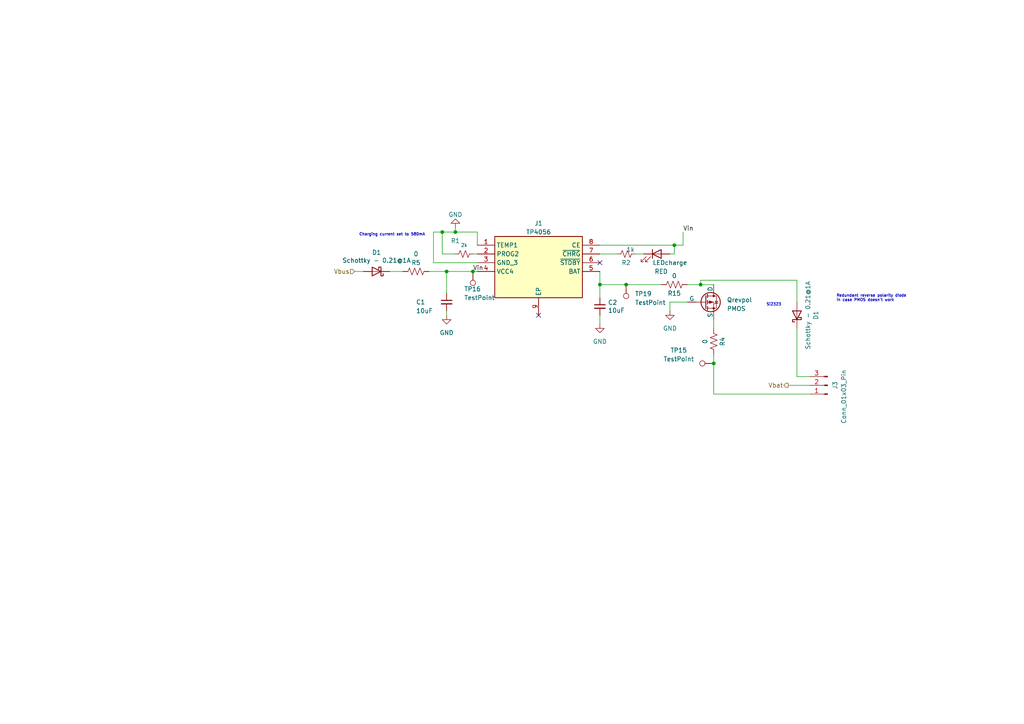
<source format=kicad_sch>
(kicad_sch (version 20230121) (generator eeschema)
  (paper "A4")
  (title_block (title "Charging Module") (date "2023-03-05") (rev "V1.0") (company "EEE3088F - Group 14") (comment 1 "Designed by Ashik John"))
  (lib_symbols
    (symbol "Connector:Conn_01x03_Pin" (pin_names (offset 1.016) hide)
      (property "Reference" "J" (at 0 5.08 0))
      (property "Value" "Conn_01x03_Pin" (at 0 -5.08 0))
      (symbol "Conn_01x03_Pin_1_1"
        (polyline (pts (xy 1.27 -2.54) (xy 0.8636 -2.54)) (stroke (width 0.1524)))
        (polyline (pts (xy 1.27 0) (xy 0.8636 0)) (stroke (width 0.1524)))
        (polyline (pts (xy 1.27 2.54) (xy 0.8636 2.54)) (stroke (width 0.1524)))
        (rectangle (start 0.8636 -2.413) (end 0 -2.667) (stroke (width 0.1524)) (fill (type outline)))
        (rectangle (start 0.8636 0.127) (end 0 -0.127) (stroke (width 0.1524)) (fill (type outline)))
        (rectangle (start 0.8636 2.667) (end 0 2.413) (stroke (width 0.1524)) (fill (type outline)))
        (pin passive line (at 5.08 2.54 180) (length 3.81) (name "Pin_1") (number "1"))
        (pin passive line (at 5.08 0 180) (length 3.81) (name "Pin_2") (number "2"))
        (pin passive line (at 5.08 -2.54 180) (length 3.81) (name "Pin_3") (number "3"))
      )
    )
    (symbol "Connector:TestPoint" (pin_numbers hide) (pin_names (offset 0.762) hide)
      (property "Reference" "TP" (at 0 6.858 0))
      (property "Value" "TestPoint" (at 0 5.08 0))
      (symbol "TestPoint_0_1"
        (circle (center 0 3.302) (radius 0.762))
      )
      (symbol "TestPoint_1_1"
        (pin passive line (at 0 0 90) (length 2.54) (name "1") (number "1"))
      )
    )
    (symbol "Device:C_Small" (pin_numbers hide) (pin_names (offset 0.254) hide)
      (property "Reference" "C" (at 0.254 1.778 0))
      (property "Value" "C_Small" (at 0.254 -2.032 0))
      (symbol "C_Small_0_1"
        (polyline (pts (xy -1.524 -0.508) (xy 1.524 -0.508)) (stroke (width 0.3302)))
        (polyline (pts (xy -1.524 0.508) (xy 1.524 0.508)) (stroke (width 0.3048)))
      )
      (symbol "C_Small_1_1"
        (pin passive line (at 0 2.54 270) (length 2.032) (name "~") (number "1"))
        (pin passive line (at 0 -2.54 90) (length 2.032) (name "~") (number "2"))
      )
    )
    (symbol "Device:LED" (pin_numbers hide) (pin_names (offset 1.016) hide)
      (property "Reference" "D" (at 0 2.54 0))
      (property "Value" "LED" (at 0 -2.54 0))
      (symbol "LED_0_1"
        (polyline (pts (xy -1.27 -1.27) (xy -1.27 1.27)) (stroke (width 0.254)))
        (polyline (pts (xy -1.27 0) (xy 1.27 0)))
        (polyline (pts (xy 1.27 -1.27) (xy 1.27 1.27) (xy -1.27 0) (xy 1.27 -1.27)) (stroke (width 0.254)))
        (polyline (pts (xy -3.048 -0.762) (xy -4.572 -2.286) (xy -3.81 -2.286) (xy -4.572 -2.286) (xy -4.572 -1.524)))
        (polyline (pts (xy -1.778 -0.762) (xy -3.302 -2.286) (xy -2.54 -2.286) (xy -3.302 -2.286) (xy -3.302 -1.524)))
      )
      (symbol "LED_1_1"
        (pin passive line (at -3.81 0 0) (length 2.54) (name "K") (number "1"))
        (pin passive line (at 3.81 0 180) (length 2.54) (name "A") (number "2"))
      )
    )
    (symbol "Device:R_Small_US" (pin_numbers hide) (pin_names (offset 0.254) hide)
      (property "Reference" "R" (at 0.762 0.508 0))
      (property "Value" "R_Small_US" (at 0.762 -1.016 0))
      (symbol "R_Small_US_1_1"
        (polyline (pts (xy 0 0) (xy 1.016 -0.381) (xy 0 -0.762) (xy -1.016 -1.143) (xy 0 -1.524)))
        (polyline (pts (xy 0 1.524) (xy 1.016 1.143) (xy 0 0.762) (xy -1.016 0.381) (xy 0 0)))
        (pin passive line (at 0 2.54 270) (length 1.016) (name "~") (number "1"))
        (pin passive line (at 0 -2.54 90) (length 1.016) (name "~") (number "2"))
      )
    )
    (symbol "Device:R_US" (pin_numbers hide) (pin_names (offset 0))
      (property "Reference" "R" (at 2.54 0 90))
      (property "Value" "R_US" (at -2.54 0 90))
      (symbol "R_US_0_1"
        (polyline (pts (xy 0 -2.286) (xy 0 -2.54)))
        (polyline (pts (xy 0 2.286) (xy 0 2.54)))
        (polyline (pts (xy 0 -0.762) (xy 1.016 -1.143) (xy 0 -1.524) (xy -1.016 -1.905) (xy 0 -2.286)))
        (polyline (pts (xy 0 0.762) (xy 1.016 0.381) (xy 0 0) (xy -1.016 -0.381) (xy 0 -0.762)))
        (polyline (pts (xy 0 2.286) (xy 1.016 1.905) (xy 0 1.524) (xy -1.016 1.143) (xy 0 0.762)))
      )
      (symbol "R_US_1_1"
        (pin passive line (at 0 3.81 270) (length 1.27) (name "~") (number "1"))
        (pin passive line (at 0 -3.81 90) (length 1.27) (name "~") (number "2"))
      )
    )
    (symbol "Diode:1N5819" (pin_numbers hide) (pin_names (offset 1.016) hide)
      (property "Reference" "D" (at 0 2.54 0))
      (property "Value" "1N5819" (at 0 -2.54 0))
      (symbol "1N5819_0_1"
        (polyline (pts (xy 1.27 0) (xy -1.27 0)))
        (polyline (pts (xy 1.27 1.27) (xy 1.27 -1.27) (xy -1.27 0) (xy 1.27 1.27)) (stroke (width 0.254)))
        (polyline (pts (xy -1.905 0.635) (xy -1.905 1.27) (xy -1.27 1.27) (xy -1.27 -1.27) (xy -0.635 -1.27) (xy -0.635 -0.635)) (stroke (width 0.254)))
      )
      (symbol "1N5819_1_1"
        (pin passive line (at -3.81 0 0) (length 2.54) (name "K") (number "1"))
        (pin passive line (at 3.81 0 180) (length 2.54) (name "A") (number "2"))
      )
    )
    (symbol "Simulation_SPICE:PMOS" (pin_numbers hide) (pin_names (offset 0))
      (property "Reference" "Q" (at 5.08 1.27 0))
      (property "Value" "PMOS" (at 5.08 -1.27 0))
      (symbol "PMOS_0_1"
        (polyline (pts (xy 0.254 0) (xy -2.54 0)))
        (polyline (pts (xy 0.254 1.905) (xy 0.254 -1.905)) (stroke (width 0.254)))
        (polyline (pts (xy 0.762 -1.27) (xy 0.762 -2.286)) (stroke (width 0.254)))
        (polyline (pts (xy 0.762 0.508) (xy 0.762 -0.508)) (stroke (width 0.254)))
        (polyline (pts (xy 0.762 2.286) (xy 0.762 1.27)) (stroke (width 0.254)))
        (polyline (pts (xy 2.54 2.54) (xy 2.54 1.778)))
        (polyline (pts (xy 2.54 -2.54) (xy 2.54 0) (xy 0.762 0)))
        (polyline (pts (xy 0.762 1.778) (xy 3.302 1.778) (xy 3.302 -1.778) (xy 0.762 -1.778)))
        (polyline (pts (xy 2.286 0) (xy 1.27 0.381) (xy 1.27 -0.381) (xy 2.286 0)) (fill (type outline)))
        (polyline (pts (xy 2.794 -0.508) (xy 2.921 -0.381) (xy 3.683 -0.381) (xy 3.81 -0.254)))
        (polyline (pts (xy 3.302 -0.381) (xy 2.921 0.254) (xy 3.683 0.254) (xy 3.302 -0.381)))
        (circle (center 1.651 0) (radius 2.794) (stroke (width 0.254)))
        (circle (center 2.54 -1.778) (radius 0.254) (fill (type outline)))
        (circle (center 2.54 1.778) (radius 0.254) (fill (type outline)))
      )
      (symbol "PMOS_1_1"
        (pin passive line (at 2.54 5.08 270) (length 2.54) (name "D") (number "1"))
        (pin input line (at -5.08 0 0) (length 2.54) (name "G") (number "2"))
        (pin passive line (at 2.54 -5.08 90) (length 2.54) (name "S") (number "3"))
      )
    )
    (symbol "TP4056:TP4056"
      (property "Reference" "J" (at 31.75 7.62 0))
      (property "Value" "TP4056" (at 31.75 5.08 0))
      (symbol "TP4056_1_1"
        (rectangle (start 5.08 2.54) (end 30.48 -15.24) (stroke (width 0.254)) (fill (type background)))
        (pin passive line (at 0 0 0) (length 5.08) (name "TEMP1") (number "1"))
        (pin passive line (at 0 -2.54 0) (length 5.08) (name "PROG2") (number "2"))
        (pin passive line (at 0 -5.08 0) (length 5.08) (name "GND_3") (number "3"))
        (pin passive line (at 0 -7.62 0) (length 5.08) (name "VCC4") (number "4"))
        (pin passive line (at 35.56 -7.62 180) (length 5.08) (name "BAT") (number "5"))
        (pin passive line (at 35.56 -5.08 180) (length 5.08) (name "~{STDBY}") (number "6"))
        (pin passive line (at 35.56 -2.54 180) (length 5.08) (name "~{CHRG}") (number "7"))
        (pin passive line (at 35.56 0 180) (length 5.08) (name "CE") (number "8"))
        (pin passive line (at 17.78 -20.32 90) (length 5.08) (name "EP") (number "9"))
      )
    )
    (symbol "power:GND" (power) (pin_names (offset 0))
      (property "Value" "GND" (at 0 -3.81 0))
      (symbol "GND_0_1"
        (polyline (pts (xy 0 0) (xy 0 -1.27) (xy 1.27 -1.27) (xy 0 -2.54) (xy -1.27 -1.27) (xy 0 -1.27)))
      )
      (symbol "GND_1_1"
        (pin power_in line (at 0 0 270) (length 0) hide (name "GND") (number "1"))
      )
    )
  )
  (junction (at 132.08 67.31))
  (junction (at 137.16 78.74))
  (junction (at 129.54 78.74))
  (junction (at 207.01 105.41))
  (junction (at 181.61 82.55))
  (junction (at 128.27 67.31))
  (junction (at 173.99 82.55))
  (junction (at 195.58 71.12))
  (junction (at 203.2 82.55))
  (no_connect (at 173.99 76.2))
  (no_connect (at 156.21 91.44))
  (wire (pts (xy 173.99 91.44) (xy 173.99 93.98)))
  (wire (pts (xy 173.99 71.12) (xy 195.58 71.12)))
  (wire (pts (xy 137.16 73.66) (xy 138.43 73.66)))
  (wire (pts (xy 194.31 73.66) (xy 195.58 73.66)))
  (wire (pts (xy 137.16 78.74) (xy 138.43 78.74)))
  (wire (pts (xy 132.08 73.66) (xy 128.27 73.66)))
  (wire (pts (xy 125.73 67.31) (xy 128.27 67.31)))
  (wire (pts (xy 125.73 76.2) (xy 125.73 67.31)))
  (wire (pts (xy 173.99 73.66) (xy 179.07 73.66)))
  (wire (pts (xy 129.54 90.17) (xy 129.54 91.44)))
  (wire (pts (xy 207.01 105.41) (xy 207.01 114.3)))
  (wire (pts (xy 195.58 73.66) (xy 195.58 71.12)))
  (wire (pts (xy 138.43 76.2) (xy 125.73 76.2)))
  (wire (pts (xy 124.46 78.74) (xy 129.54 78.74)))
  (wire (pts (xy 228.6 111.76) (xy 234.95 111.76)))
  (wire (pts (xy 173.99 82.55) (xy 173.99 86.36)))
  (wire (pts (xy 194.31 87.63) (xy 199.39 87.63)))
  (wire (pts (xy 132.08 66.04) (xy 132.08 67.31)))
  (wire (pts (xy 198.12 67.31) (xy 198.12 71.12)))
  (wire (pts (xy 132.08 67.31) (xy 138.43 67.31)))
  (wire (pts (xy 184.15 73.66) (xy 186.69 73.66)))
  (wire (pts (xy 203.2 82.55) (xy 207.01 82.55)))
  (wire (pts (xy 173.99 82.55) (xy 181.61 82.55)))
  (wire (pts (xy 199.39 82.55) (xy 203.2 82.55)))
  (wire (pts (xy 203.2 82.55) (xy 203.2 81.28)))
  (wire (pts (xy 231.14 95.25) (xy 231.14 109.22)))
  (wire (pts (xy 113.03 78.74) (xy 116.84 78.74)))
  (wire (pts (xy 195.58 71.12) (xy 198.12 71.12)))
  (wire (pts (xy 203.2 81.28) (xy 231.14 81.28)))
  (wire (pts (xy 181.61 82.55) (xy 191.77 82.55)))
  (wire (pts (xy 128.27 73.66) (xy 128.27 67.31)))
  (wire (pts (xy 194.31 90.17) (xy 194.31 87.63)))
  (wire (pts (xy 129.54 78.74) (xy 129.54 85.09)))
  (wire (pts (xy 129.54 78.74) (xy 137.16 78.74)))
  (wire (pts (xy 138.43 67.31) (xy 138.43 71.12)))
  (wire (pts (xy 173.99 78.74) (xy 173.99 82.55)))
  (wire (pts (xy 207.01 92.71) (xy 207.01 95.25)))
  (wire (pts (xy 231.14 81.28) (xy 231.14 87.63)))
  (wire (pts (xy 234.95 114.3) (xy 207.01 114.3)))
  (wire (pts (xy 234.95 109.22) (xy 231.14 109.22)))
  (wire (pts (xy 128.27 67.31) (xy 132.08 67.31)))
  (wire (pts (xy 102.87 78.74) (xy 105.41 78.74)))
  (wire (pts (xy 207.01 102.87) (xy 207.01 105.41)))
  (text "Redundant reverse polarity diode\nin case PMOS doesn't work\n" (at 242.57 87.63 0) (effects (font (size 0.8 0.8)) (justify left bottom)))
  (text "Si2323" (at 222.25 88.9 0) (effects (font (size 0.8 0.8)) (justify left bottom)))
  (text "Charging current set to 580mA\n" (at 104.14 68.58 0) (effects (font (size 0.8 0.8)) (justify left bottom)))
  (label "Vin" (at 137.16 78.74 0))
  (label "Vin" (at 198.12 67.31 0))
  (hierarchical_label "Vbat" (shape output) (at 228.6 111.76 180))
  (hierarchical_label "Vbus" (shape input) (at 102.87 78.74 180))
  (symbol (lib_id "Device:C_Small") (at 129.54 87.63 0) (unit 1)
    (property "Reference" "C1" (at 120.65 87.63 0) (effects (justify left)))
    (property "Value" "10uF" (at 120.65 90.17 0) (effects (justify left)))
    (property "Footprint" "Capacitor_SMD:C_1206_3216Metric" (effects hide))
    (property "Price" "0.0052" (effects hide))
    (property "Price ( 1 board)" "0.0208" (effects hide))
    (property "Price (5 boards)" "0.104" (effects hide))
    (property "JLCPCB Part #" "C13585" (effects hide))
    (property "Populate" "Yes" (effects hide))
    (instances (project "Power module" (path "" (reference "C1") (unit 1))) (project "FullSchematic" (path "" (reference "C10") (unit 1))))
  )
  (symbol (lib_id "Device:C_Small") (at 173.99 88.9 0) (unit 1)
    (property "Reference" "C2" (at 176.3268 87.7316 0) (effects (justify left)))
    (property "Value" "10uF" (at 176.3268 90.043 0) (effects (justify left)))
    (property "Footprint" "Capacitor_SMD:C_1206_3216Metric" (effects hide))
    (property "Price" "0.0052" (effects hide))
    (property "Price ( 1 board)" "0.0208" (effects hide))
    (property "Price (5 boards)" "0.104" (effects hide))
    (property "JLCPCB Part #" "C13585" (effects hide))
    (property "Populate" "Yes" (effects hide))
    (instances (project "Power module" (path "" (reference "C2") (unit 1))) (project "FullSchematic" (path "" (reference "C11") (unit 1))))
  )
  (symbol (lib_id "Diode:1N5819") (at 109.22 78.74 180) (unit 1)
    (property "Reference" "D1" (at 109.22 73.2282 0))
    (property "Value" "Schottky - 0.21@1A" (at 109.22 75.5396 0))
    (property "Footprint" "Library:Schottky Diode" (effects hide))
    (property "Datasheet" "http://www.vishay.com/docs/88525/1n5817.pdf" (effects hide))
    (property "Price" "0.20" (effects hide))
    (property "Price ( 1 board)" "0.4" (effects hide))
    (property "Price (5 boards)" "2" (effects hide))
    (property "JLCPCB Part #" "C413465" (effects hide))
    (property "Populate" "Yes" (effects hide))
    (instances (project "Power module" (path "" (reference "D1") (unit 1))) (project "FullSchematic" (path "" (reference "D4") (unit 1))))
  )
  (symbol (lib_id "Device:R_Small_US") (at 134.62 73.66 90) (unit 1)
    (property "Reference" "R1" (at 132.08 69.85 90))
    (property "Value" "2k" (at 134.62 71.12 90) (effects (font (size 1 1))))
    (property "Footprint" "Resistor_SMD:R_1206_3216Metric" (effects hide))
    (property "Price" "0.01" (effects hide))
    (property "Price ( 1 board)" "0.01" (effects hide))
    (property "Price (5 boards)" "0.05" (effects hide))
    (property "JLCPCB Part #" "C17944" (effects hide))
    (property "Populate" "Yes" (effects hide))
    (instances (project "Power module" (path "" (reference "R1") (unit 1))) (project "FullSchematic" (path "" (reference "R13") (unit 1))))
  )
  (symbol (lib_id "Device:LED") (at 190.5 73.66 0) (unit 1)
    (property "Reference" "LEDcharge" (at 194.31 76.2 0))
    (property "Value" "RED" (at 191.77 78.74 0))
    (property "Footprint" "LED_SMD:LED_0603_1608Metric" (effects hide))
    (property "Price ( 1 board)" "0.01" (effects hide))
    (property "Price (5 boards)" "0.05" (effects hide))
    (property "JLCPCB Part #" "C2286" (effects hide))
    (property "Price" "0.01" (effects hide))
    (property "Populate" "Yes" (effects hide))
    (instances (project "Power module" (path "" (reference "LEDcharge") (unit 1))) (project "FullSchematic" (path "" (reference "LEDcharge1") (unit 1))))
  )
  (symbol (lib_id "Connector:TestPoint") (at 137.16 78.74 180) (unit 1)
    (property "Reference" "TP16" (at 134.62 83.82 0) (effects (justify right)))
    (property "Value" "TestPoint" (at 134.62 86.36 0) (effects (justify right)))
    (property "Footprint" "TestPoint:TestPoint_Pad_D2.0mm" (effects hide))
    (property "Price" "$0" (effects hide))
    (property "Price ( 1 board)" "0" (effects hide))
    (property "Price (5 boards)" "0" (effects hide))
  )
  (symbol (lib_id "Device:R_US") (at 207.01 99.06 180) (unit 1)
    (property "Reference" "R4" (at 209.55 99.06 90))
    (property "Value" "0" (at 204.47 99.06 90))
    (property "Footprint" "Resistor_SMD:R_1206_3216Metric" (effects hide))
    (property "JLCPCB Part #" "C17888" (effects hide))
    (property "Price" "0.003" (effects hide))
    (property "Price ( 1 board)" "0.018" (effects hide))
    (property "Price (5 boards)" "0.09" (effects hide))
    (property "Populate" "Yes" (effects hide))
  )
  (symbol (lib_id "TP4056:TP4056") (at 138.43 71.12 0) (unit 1)
    (property "Reference" "J1" (at 156.21 64.77 0))
    (property "Value" "TP4056" (at 156.21 67.31 0))
    (property "Footprint" "Library:SOIC127P600X175-8N" (effects hide))
    (property "Datasheet" "https://dlnmh9ip6v2uc.cloudfront.net/datasheets/Prototyping/TP4056.pdf" (effects hide))
    (property "Height" "1.75" (effects hide))
    (property "Manufacturer_Name" "NanJing Top Power" (effects hide))
    (property "Manufacturer_Part_Number" "TP4056" (effects hide))
    (property "JLCPCB Part #" "C382139" (effects hide))
    (property "Price ( 1 board)" "0.11" (effects hide))
    (property "Price (5 boards)" "0.55" (effects hide))
    (property "Price" "0.11" (effects hide))
    (property "Populate" "Yes" (effects hide))
    (instances (project "Power module" (path "" (reference "J1") (unit 1))) (project "FullSchematic" (path "" (reference "J2") (unit 1))))
  )
  (symbol (lib_id "Connector:Conn_01x03_Pin") (at 240.03 111.76 180) (unit 1)
    (property "Reference" "J3" (at 242.189 111.76 90))
    (property "Value" "Conn_01x03_Pin" (at 244.729 115.062 90))
    (property "Footprint" "Connector_PinHeader_2.54mm:PinHeader_1x03_P2.54mm_Vertical" (effects hide))
    (property "Populate" "No" (effects hide))
    (property "Price" "N/A" (effects hide))
    (property "Price ( 1 board)" "N/A" (effects hide))
    (property "Price (5 boards)" "N/A" (effects hide))
    (instances (project "FullSchematic" (path "" (reference "J3") (unit 1)) (path "" (reference "J5") (unit 1))))
  )
  (symbol (lib_id "Connector:TestPoint") (at 207.01 105.41 90) (unit 1)
    (property "Reference" "TP15" (at 196.85 101.6 90))
    (property "Value" "TestPoint" (at 196.85 104.14 90))
    (property "Footprint" "TestPoint:TestPoint_Pad_D2.0mm" (effects hide))
    (property "Price" "$0" (effects hide))
    (property "Price ( 1 board)" "0" (effects hide))
    (property "Price (5 boards)" "0" (effects hide))
  )
  (symbol (lib_id "power:GND") (at 194.31 90.17 0) (unit 1)
    (property "Reference" "#PWR04" (effects hide))
    (property "Value" "GND" (at 194.31 95.25 0))
  )
  (symbol (lib_id "Device:R_US") (at 195.58 82.55 90) (unit 1)
    (property "Reference" "R15" (at 195.58 85.09 90))
    (property "Value" "0" (at 195.58 80.01 90))
    (property "Footprint" "Resistor_SMD:R_1206_3216Metric" (effects hide))
    (property "JLCPCB Part #" "C17888" (effects hide))
    (property "Price" "0.003" (effects hide))
    (property "Price ( 1 board)" "0.018" (effects hide))
    (property "Price (5 boards)" "0.09" (effects hide))
    (property "Populate" "Yes" (effects hide))
  )
  (symbol (lib_id "power:GND") (at 129.54 91.44 0) (unit 1)
    (property "Reference" "#PWR02" (effects hide))
    (property "Value" "GND" (at 129.54 96.52 0))
  )
  (symbol (lib_id "power:GND") (at 173.99 93.98 0) (unit 1)
    (property "Reference" "#PWR03" (effects hide))
    (property "Value" "GND" (at 173.99 99.06 0))
  )
  (symbol (lib_id "Device:R_Small_US") (at 181.61 73.66 90) (unit 1)
    (property "Reference" "R2" (at 181.61 76.2 90))
    (property "Value" "1k" (at 182.88 72.39 90))
    (property "Footprint" "Resistor_SMD:R_1206_3216Metric" (effects hide))
    (property "Price" "0.003" (effects hide))
    (property "Price ( 1 board)" "0.003" (effects hide))
    (property "Price (5 boards)" "0.015" (effects hide))
    (property "JLCPCB Part #" "C4410" (effects hide))
    (property "Populate" "Yes" (effects hide))
    (instances (project "Power module" (path "" (reference "R2") (unit 1))) (project "FullSchematic" (path "" (reference "R10") (unit 1))))
  )
  (symbol (lib_id "Device:R_US") (at 120.65 78.74 90) (unit 1)
    (property "Reference" "R5" (at 120.65 76.2 90))
    (property "Value" "0" (at 120.65 73.66 90))
    (property "Footprint" "Resistor_SMD:R_1206_3216Metric" (effects hide))
    (property "JLCPCB Part #" "C17888" (effects hide))
    (property "Price" "0.003" (effects hide))
    (property "Price ( 1 board)" "0.018" (effects hide))
    (property "Price (5 boards)" "0.09" (effects hide))
    (property "Populate" "Yes" (effects hide))
  )
  (symbol (lib_id "Connector:TestPoint") (at 181.61 82.55 180) (unit 1)
    (property "Reference" "TP19" (at 184.15 85.217 0) (effects (justify right)))
    (property "Value" "TestPoint" (at 184.15 87.757 0) (effects (justify right)))
    (property "Footprint" "TestPoint:TestPoint_Pad_D2.0mm" (effects hide))
    (property "Price" "$0" (effects hide))
    (property "Price ( 1 board)" "0" (effects hide))
    (property "Price (5 boards)" "0" (effects hide))
  )
  (symbol (lib_id "Diode:1N5819") (at 231.14 91.44 90) (unit 1)
    (property "Reference" "D1" (at 236.6518 91.44 0))
    (property "Value" "Schottky - 0.21@1A" (at 234.3404 91.44 0))
    (property "Footprint" "Library:Schottky Diode" (effects hide))
    (property "Datasheet" "http://www.vishay.com/docs/88525/1n5817.pdf" (effects hide))
    (property "Price" "0.20" (effects hide))
    (property "Price ( 1 board)" "0.4" (effects hide))
    (property "Price (5 boards)" "2" (effects hide))
    (property "JLCPCB Part #" "C413465" (effects hide))
    (property "Populate" "Yes" (effects hide))
    (instances (project "Power module" (path "" (reference "D1") (unit 1))) (project "FullSchematic" (path "" (reference "D6") (unit 1))))
  )
  (symbol (lib_id "power:GND") (at 132.08 66.04 180) (unit 1)
    (property "Reference" "#PWR01" (effects hide))
    (property "Value" "GND" (at 132.08 62.23 0))
  )
  (symbol (lib_id "Simulation_SPICE:PMOS") (at 204.47 87.63 0) (unit 1)
    (property "Reference" "Qrevpol" (at 210.82 86.995 0) (effects (justify left)))
    (property "Value" "PMOS" (at 210.82 89.535 0) (effects (justify left)))
    (property "Footprint" "Library:Si2323" (effects hide))
    (property "Datasheet" "https://ngspice.sourceforge.io/docs/ngspice-manual.pdf" (effects hide))
    (property "Sim.Device" "PMOS" (effects hide))
    (property "Sim.Type" "VDMOS" (effects hide))
    (property "Sim.Pins" "1=D 2=G 3=S" (effects hide))
    (property "Price ( 1 board)" "0.1442" (effects hide))
    (property "Price (5 boards)" "0.721" (effects hide))
    (property "JLCPCB Part #" "C10487" (effects hide))
    (property "Price" "0.0721" (effects hide))
    (property "Populate" "Yes" (effects hide))
    (instances (project "Power module" (path "" (reference "Qrevpol") (unit 1))) (project "FullSchematic" (path "" (reference "Qrevpol1") (unit 1))))
  )
)
</source>
